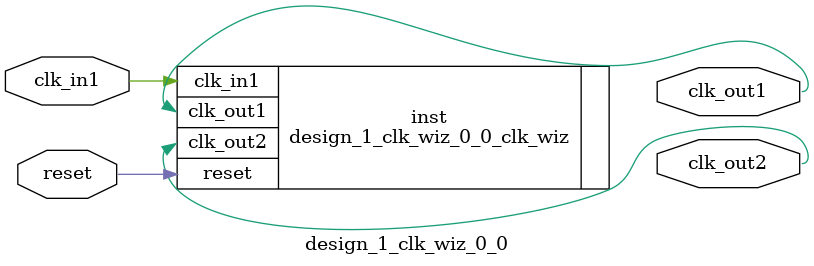
<source format=v>


`timescale 1ps/1ps

(* CORE_GENERATION_INFO = "design_1_clk_wiz_0_0,clk_wiz_v6_0_9_0_0,{component_name=design_1_clk_wiz_0_0,use_phase_alignment=true,use_min_o_jitter=false,use_max_i_jitter=false,use_dyn_phase_shift=false,use_inclk_switchover=false,use_dyn_reconfig=false,enable_axi=0,feedback_source=FDBK_AUTO,PRIMITIVE=MMCM,num_out_clk=2,clkin1_period=10.000,clkin2_period=10.000,use_power_down=false,use_reset=true,use_locked=false,use_inclk_stopped=false,feedback_type=SINGLE,CLOCK_MGR_TYPE=NA,manual_override=false}" *)

module design_1_clk_wiz_0_0 
 (
  // Clock out ports
  output        clk_out1,
  output        clk_out2,
  // Status and control signals
  input         reset,
 // Clock in ports
  input         clk_in1
 );

  design_1_clk_wiz_0_0_clk_wiz inst
  (
  // Clock out ports  
  .clk_out1(clk_out1),
  .clk_out2(clk_out2),
  // Status and control signals               
  .reset(reset), 
 // Clock in ports
  .clk_in1(clk_in1)
  );

endmodule

</source>
